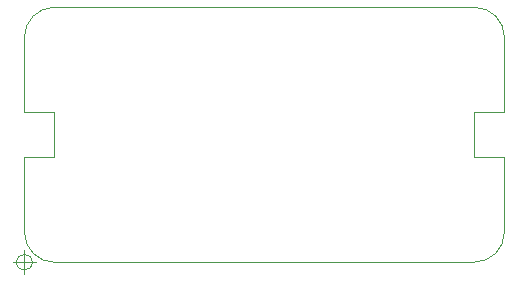
<source format=gbr>
G04 #@! TF.GenerationSoftware,KiCad,Pcbnew,5.1.6+dfsg1-1*
G04 #@! TF.CreationDate,2020-06-27T19:18:25-04:00*
G04 #@! TF.ProjectId,C,432e6b69-6361-4645-9f70-636258585858,rev?*
G04 #@! TF.SameCoordinates,Original*
G04 #@! TF.FileFunction,Profile,NP*
%FSLAX46Y46*%
G04 Gerber Fmt 4.6, Leading zero omitted, Abs format (unit mm)*
G04 Created by KiCad (PCBNEW 5.1.6+dfsg1-1) date 2020-06-27 19:18:25*
%MOMM*%
%LPD*%
G01*
G04 APERTURE LIST*
G04 #@! TA.AperFunction,Profile*
%ADD10C,0.050000*%
G04 #@! TD*
G04 APERTURE END LIST*
D10*
X139096666Y-99060000D02*
G75*
G03*
X139096666Y-99060000I-666666J0D01*
G01*
X137430000Y-99060000D02*
X139430000Y-99060000D01*
X138430000Y-98060000D02*
X138430000Y-100060000D01*
X138430000Y-86360000D02*
X138430000Y-80010000D01*
X140970000Y-86360000D02*
X138430000Y-86360000D01*
X140970000Y-90170000D02*
X140970000Y-86360000D01*
X138430000Y-90170000D02*
X140970000Y-90170000D01*
X138430000Y-96520000D02*
X138430000Y-90170000D01*
X179070000Y-90170000D02*
X179070000Y-96520000D01*
X176530000Y-90170000D02*
X179070000Y-90170000D01*
X176530000Y-86360000D02*
X176530000Y-90170000D01*
X179070000Y-86360000D02*
X176530000Y-86360000D01*
X179070000Y-80010000D02*
X179070000Y-86360000D01*
X179070000Y-96520000D02*
G75*
G02*
X176530000Y-99060000I-2540000J0D01*
G01*
X140970000Y-99060000D02*
G75*
G02*
X138430000Y-96520000I0J2540000D01*
G01*
X138430000Y-80010000D02*
G75*
G02*
X140970000Y-77470000I2540000J0D01*
G01*
X176530000Y-77470000D02*
G75*
G02*
X179070000Y-80010000I0J-2540000D01*
G01*
X176530000Y-99060000D02*
X140970000Y-99060000D01*
X140970000Y-77470000D02*
X176530000Y-77470000D01*
M02*

</source>
